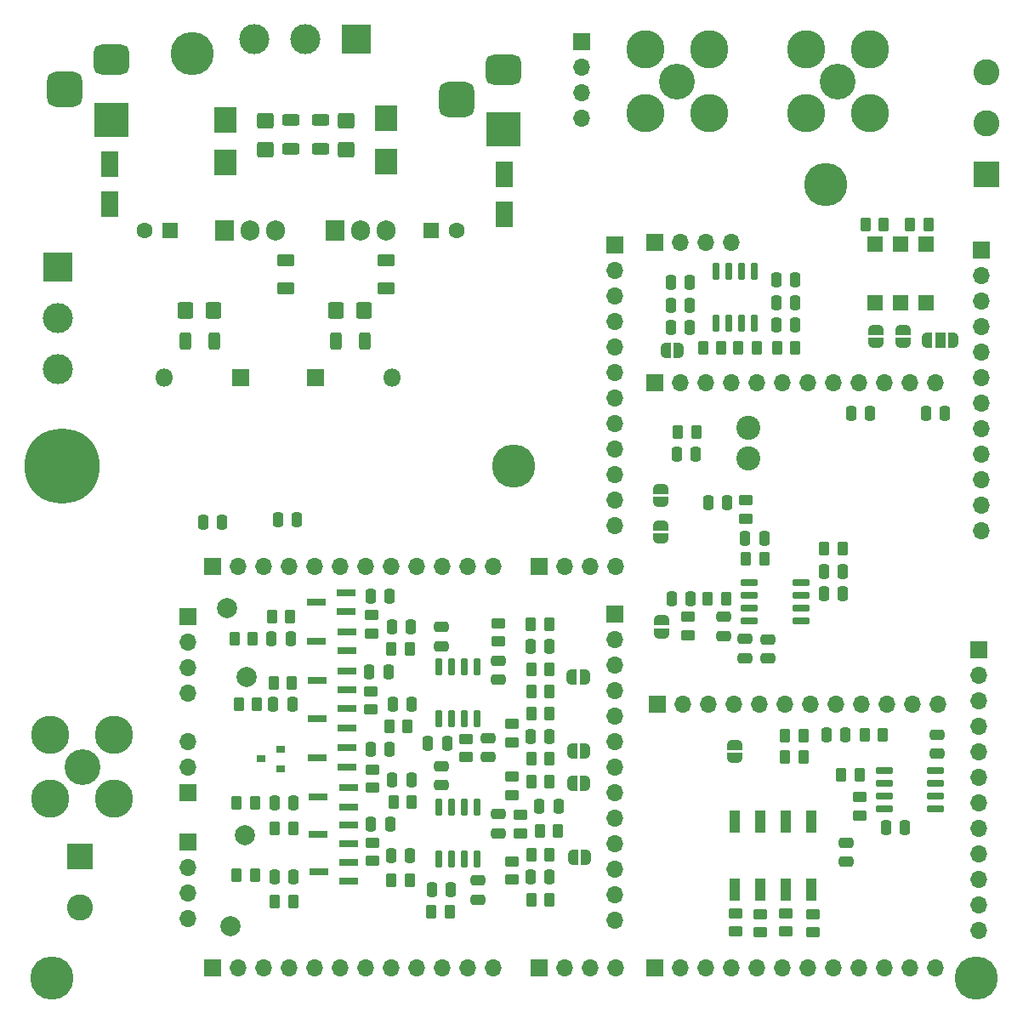
<source format=gbr>
%TF.GenerationSoftware,KiCad,Pcbnew,(6.0.10)*%
%TF.CreationDate,2023-02-20T13:08:26-05:00*%
%TF.ProjectId,ModularPreamp,4d6f6475-6c61-4725-9072-65616d702e6b,rev?*%
%TF.SameCoordinates,Original*%
%TF.FileFunction,Soldermask,Top*%
%TF.FilePolarity,Negative*%
%FSLAX46Y46*%
G04 Gerber Fmt 4.6, Leading zero omitted, Abs format (unit mm)*
G04 Created by KiCad (PCBNEW (6.0.10)) date 2023-02-20 13:08:26*
%MOMM*%
%LPD*%
G01*
G04 APERTURE LIST*
G04 Aperture macros list*
%AMRoundRect*
0 Rectangle with rounded corners*
0 $1 Rounding radius*
0 $2 $3 $4 $5 $6 $7 $8 $9 X,Y pos of 4 corners*
0 Add a 4 corners polygon primitive as box body*
4,1,4,$2,$3,$4,$5,$6,$7,$8,$9,$2,$3,0*
0 Add four circle primitives for the rounded corners*
1,1,$1+$1,$2,$3*
1,1,$1+$1,$4,$5*
1,1,$1+$1,$6,$7*
1,1,$1+$1,$8,$9*
0 Add four rect primitives between the rounded corners*
20,1,$1+$1,$2,$3,$4,$5,0*
20,1,$1+$1,$4,$5,$6,$7,0*
20,1,$1+$1,$6,$7,$8,$9,0*
20,1,$1+$1,$8,$9,$2,$3,0*%
%AMFreePoly0*
4,1,22,0.500000,-0.750000,0.000000,-0.750000,0.000000,-0.745033,-0.079941,-0.743568,-0.215256,-0.701293,-0.333266,-0.622738,-0.424486,-0.514219,-0.481581,-0.384460,-0.499164,-0.250000,-0.500000,-0.250000,-0.500000,0.250000,-0.499164,0.250000,-0.499963,0.256109,-0.478152,0.396186,-0.417904,0.524511,-0.324060,0.630769,-0.204165,0.706417,-0.067858,0.745374,0.000000,0.744959,0.000000,0.750000,
0.500000,0.750000,0.500000,-0.750000,0.500000,-0.750000,$1*%
%AMFreePoly1*
4,1,20,0.000000,0.744959,0.073905,0.744508,0.209726,0.703889,0.328688,0.626782,0.421226,0.519385,0.479903,0.390333,0.500000,0.250000,0.500000,-0.250000,0.499851,-0.262216,0.476331,-0.402017,0.414519,-0.529596,0.319384,-0.634700,0.198574,-0.708877,0.061801,-0.746166,0.000000,-0.745033,0.000000,-0.750000,-0.500000,-0.750000,-0.500000,0.750000,0.000000,0.750000,0.000000,0.744959,
0.000000,0.744959,$1*%
%AMFreePoly2*
4,1,22,0.550000,-0.750000,0.000000,-0.750000,0.000000,-0.745033,-0.079941,-0.743568,-0.215256,-0.701293,-0.333266,-0.622738,-0.424486,-0.514219,-0.481581,-0.384460,-0.499164,-0.250000,-0.500000,-0.250000,-0.500000,0.250000,-0.499164,0.250000,-0.499963,0.256109,-0.478152,0.396186,-0.417904,0.524511,-0.324060,0.630769,-0.204165,0.706417,-0.067858,0.745374,0.000000,0.744959,0.000000,0.750000,
0.550000,0.750000,0.550000,-0.750000,0.550000,-0.750000,$1*%
%AMFreePoly3*
4,1,20,0.000000,0.744959,0.073905,0.744508,0.209726,0.703889,0.328688,0.626782,0.421226,0.519385,0.479903,0.390333,0.500000,0.250000,0.500000,-0.250000,0.499851,-0.262216,0.476331,-0.402017,0.414519,-0.529596,0.319384,-0.634700,0.198574,-0.708877,0.061801,-0.746166,0.000000,-0.745033,0.000000,-0.750000,-0.550000,-0.750000,-0.550000,0.750000,0.000000,0.750000,0.000000,0.744959,
0.000000,0.744959,$1*%
G04 Aperture macros list end*
%ADD10R,1.600000X1.600000*%
%ADD11C,1.600000*%
%ADD12RoundRect,0.250000X-0.575000X0.550000X-0.575000X-0.550000X0.575000X-0.550000X0.575000X0.550000X0*%
%ADD13RoundRect,0.250000X0.575000X-0.550000X0.575000X0.550000X-0.575000X0.550000X-0.575000X-0.550000X0*%
%ADD14R,2.300000X2.500000*%
%ADD15RoundRect,0.250000X0.550000X0.575000X-0.550000X0.575000X-0.550000X-0.575000X0.550000X-0.575000X0*%
%ADD16RoundRect,0.250000X0.625000X-0.375000X0.625000X0.375000X-0.625000X0.375000X-0.625000X-0.375000X0*%
%ADD17R,3.500000X3.500000*%
%ADD18RoundRect,0.750000X-1.000000X0.750000X-1.000000X-0.750000X1.000000X-0.750000X1.000000X0.750000X0*%
%ADD19RoundRect,0.875000X-0.875000X0.875000X-0.875000X-0.875000X0.875000X-0.875000X0.875000X0.875000X0*%
%ADD20R,3.000000X3.000000*%
%ADD21C,3.000000*%
%ADD22RoundRect,0.249998X0.625002X-0.312502X0.625002X0.312502X-0.625002X0.312502X-0.625002X-0.312502X0*%
%ADD23RoundRect,0.249998X-0.625002X0.312502X-0.625002X-0.312502X0.625002X-0.312502X0.625002X0.312502X0*%
%ADD24RoundRect,0.249998X0.312502X0.625002X-0.312502X0.625002X-0.312502X-0.625002X0.312502X-0.625002X0*%
%ADD25R,1.905000X2.000000*%
%ADD26O,1.905000X2.000000*%
%ADD27RoundRect,0.250000X0.250000X0.475000X-0.250000X0.475000X-0.250000X-0.475000X0.250000X-0.475000X0*%
%ADD28RoundRect,0.250000X-0.250000X-0.475000X0.250000X-0.475000X0.250000X0.475000X-0.250000X0.475000X0*%
%ADD29RoundRect,0.249998X0.262502X0.450002X-0.262502X0.450002X-0.262502X-0.450002X0.262502X-0.450002X0*%
%ADD30RoundRect,0.249998X-0.262502X-0.450002X0.262502X-0.450002X0.262502X0.450002X-0.262502X0.450002X0*%
%ADD31RoundRect,0.249998X-0.450002X0.262502X-0.450002X-0.262502X0.450002X-0.262502X0.450002X0.262502X0*%
%ADD32RoundRect,0.250000X0.475000X-0.250000X0.475000X0.250000X-0.475000X0.250000X-0.475000X-0.250000X0*%
%ADD33R,1.700000X1.700000*%
%ADD34O,1.700000X1.700000*%
%ADD35RoundRect,0.249998X0.450002X-0.262502X0.450002X0.262502X-0.450002X0.262502X-0.450002X-0.262502X0*%
%ADD36RoundRect,0.250000X-0.475000X0.250000X-0.475000X-0.250000X0.475000X-0.250000X0.475000X0.250000X0*%
%ADD37C,3.556000*%
%ADD38C,3.810000*%
%ADD39RoundRect,0.150000X-0.725000X-0.150000X0.725000X-0.150000X0.725000X0.150000X-0.725000X0.150000X0*%
%ADD40FreePoly0,90.000000*%
%ADD41FreePoly1,90.000000*%
%ADD42FreePoly0,0.000000*%
%ADD43FreePoly1,0.000000*%
%ADD44C,2.400000*%
%ADD45FreePoly0,180.000000*%
%ADD46FreePoly1,180.000000*%
%ADD47RoundRect,0.150000X-0.150000X0.725000X-0.150000X-0.725000X0.150000X-0.725000X0.150000X0.725000X0*%
%ADD48R,2.600000X2.600000*%
%ADD49C,2.600000*%
%ADD50R,1.520000X1.520000*%
%ADD51R,1.800000X2.500000*%
%ADD52R,1.800000X1.800000*%
%ADD53O,1.800000X1.800000*%
%ADD54C,7.500000*%
%ADD55C,4.300000*%
%ADD56R,0.900000X0.800000*%
%ADD57R,1.900000X0.800000*%
%ADD58RoundRect,0.250000X0.262500X0.450000X-0.262500X0.450000X-0.262500X-0.450000X0.262500X-0.450000X0*%
%ADD59RoundRect,0.150000X0.150000X-0.725000X0.150000X0.725000X-0.150000X0.725000X-0.150000X-0.725000X0*%
%ADD60RoundRect,0.250000X-0.450000X0.262500X-0.450000X-0.262500X0.450000X-0.262500X0.450000X0.262500X0*%
%ADD61RoundRect,0.250000X-0.262500X-0.450000X0.262500X-0.450000X0.262500X0.450000X-0.262500X0.450000X0*%
%ADD62RoundRect,0.250000X0.450000X-0.262500X0.450000X0.262500X-0.450000X0.262500X-0.450000X-0.262500X0*%
%ADD63R,1.120000X2.160000*%
%ADD64FreePoly2,0.000000*%
%ADD65R,1.000000X1.500000*%
%ADD66FreePoly3,0.000000*%
%ADD67C,2.000000*%
G04 APERTURE END LIST*
D10*
%TO.C,C1*%
X100750000Y-41550000D03*
D11*
X98250000Y-41550000D03*
%TD*%
D10*
%TO.C,C2*%
X126750000Y-41550000D03*
D11*
X129250000Y-41550000D03*
%TD*%
D12*
%TO.C,D1*%
X110250000Y-30700000D03*
X110250000Y-33550000D03*
%TD*%
D13*
%TO.C,D2*%
X118250000Y-33550000D03*
X118250000Y-30700000D03*
%TD*%
D14*
%TO.C,D3*%
X106250000Y-34850000D03*
X106250000Y-30550000D03*
%TD*%
D15*
%TO.C,D5*%
X105100000Y-49550000D03*
X102250000Y-49550000D03*
%TD*%
%TO.C,D6*%
X120100000Y-49550000D03*
X117250000Y-49550000D03*
%TD*%
D16*
%TO.C,F1*%
X112250000Y-47350000D03*
X112250000Y-44550000D03*
%TD*%
%TO.C,F2*%
X122250000Y-47350000D03*
X122250000Y-44550000D03*
%TD*%
D17*
%TO.C,J1*%
X94950000Y-30550000D03*
D18*
X94950000Y-24550000D03*
D19*
X90250000Y-27550000D03*
%TD*%
D17*
%TO.C,J2*%
X133950000Y-31550000D03*
D18*
X133950000Y-25550000D03*
D19*
X129250000Y-28550000D03*
%TD*%
D20*
%TO.C,J3*%
X119330000Y-22550000D03*
D21*
X114250000Y-22550000D03*
X109170000Y-22550000D03*
%TD*%
D22*
%TO.C,R1*%
X112750000Y-33475000D03*
X112750000Y-30550000D03*
%TD*%
D23*
%TO.C,R2*%
X115750000Y-30550000D03*
X115750000Y-33475000D03*
%TD*%
D24*
%TO.C,R3*%
X105175000Y-52550000D03*
X102250000Y-52550000D03*
%TD*%
%TO.C,R4*%
X120175000Y-52550000D03*
X117250000Y-52550000D03*
%TD*%
D25*
%TO.C,U2*%
X106170000Y-41550000D03*
D26*
X108710000Y-41550000D03*
X111250000Y-41550000D03*
%TD*%
D25*
%TO.C,U3*%
X117170000Y-41550000D03*
D26*
X119710000Y-41550000D03*
X122250000Y-41550000D03*
%TD*%
D27*
%TO.C,C3*%
X112750000Y-82200000D03*
X110850000Y-82200000D03*
%TD*%
D28*
%TO.C,C4*%
X122750000Y-103850000D03*
X124650000Y-103850000D03*
%TD*%
D29*
%TO.C,R5*%
X109000000Y-82200000D03*
X107175000Y-82200000D03*
%TD*%
D30*
%TO.C,R6*%
X110907500Y-80000000D03*
X112732500Y-80000000D03*
%TD*%
D31*
%TO.C,R7*%
X120900000Y-102537500D03*
X120900000Y-104362500D03*
%TD*%
D30*
%TO.C,R8*%
X122787500Y-106250000D03*
X124612500Y-106250000D03*
%TD*%
D27*
%TO.C,C5*%
X113050000Y-98600000D03*
X111150000Y-98600000D03*
%TD*%
D28*
%TO.C,C6*%
X122850000Y-81000000D03*
X124750000Y-81000000D03*
%TD*%
D29*
%TO.C,R9*%
X109207500Y-98600000D03*
X107382500Y-98600000D03*
%TD*%
D30*
%TO.C,R10*%
X111207500Y-101100000D03*
X113032500Y-101100000D03*
%TD*%
D31*
%TO.C,R11*%
X120800000Y-79887500D03*
X120800000Y-81712500D03*
%TD*%
D30*
%TO.C,R12*%
X122775000Y-83200000D03*
X124600000Y-83200000D03*
%TD*%
D27*
%TO.C,C7*%
X112930000Y-88750000D03*
X111030000Y-88750000D03*
%TD*%
D28*
%TO.C,C8*%
X122900000Y-88750000D03*
X124800000Y-88750000D03*
%TD*%
D29*
%TO.C,R13*%
X109412500Y-88750000D03*
X107587500Y-88750000D03*
%TD*%
D30*
%TO.C,R14*%
X111067500Y-86600000D03*
X112892500Y-86600000D03*
%TD*%
D31*
%TO.C,R15*%
X120700000Y-87437500D03*
X120700000Y-89262500D03*
%TD*%
D30*
%TO.C,R16*%
X122587500Y-90950000D03*
X124412500Y-90950000D03*
%TD*%
D27*
%TO.C,C9*%
X113030000Y-105900000D03*
X111130000Y-105900000D03*
%TD*%
D28*
%TO.C,C10*%
X122887500Y-96250000D03*
X124787500Y-96250000D03*
%TD*%
D29*
%TO.C,R17*%
X109200000Y-105800000D03*
X107375000Y-105800000D03*
%TD*%
D30*
%TO.C,R18*%
X111175000Y-108400000D03*
X113000000Y-108400000D03*
%TD*%
%TO.C,R20*%
X122987500Y-98500000D03*
X124812500Y-98500000D03*
%TD*%
D27*
%TO.C,C11*%
X122600000Y-78000000D03*
X120700000Y-78000000D03*
%TD*%
D32*
%TO.C,C12*%
X131400000Y-108200000D03*
X131400000Y-106300000D03*
%TD*%
D27*
%TO.C,C13*%
X122600000Y-93250000D03*
X120700000Y-93250000D03*
%TD*%
D32*
%TO.C,C14*%
X132400000Y-94000000D03*
X132400000Y-92100000D03*
%TD*%
D27*
%TO.C,C15*%
X122650000Y-100650000D03*
X120750000Y-100650000D03*
%TD*%
%TO.C,C16*%
X113400000Y-70400000D03*
X111500000Y-70400000D03*
%TD*%
D31*
%TO.C,R19*%
X120900000Y-95250000D03*
X120900000Y-97075000D03*
%TD*%
D33*
%TO.C,J5*%
X102500000Y-97540000D03*
D34*
X102500000Y-95000000D03*
X102500000Y-92460000D03*
%TD*%
D35*
%TO.C,R21*%
X134800000Y-92512500D03*
X134800000Y-90687500D03*
%TD*%
D29*
%TO.C,R23*%
X138537500Y-94200000D03*
X136712500Y-94200000D03*
%TD*%
D35*
%TO.C,R24*%
X134800000Y-97800000D03*
X134800000Y-95975000D03*
%TD*%
D29*
%TO.C,R26*%
X138537500Y-96425000D03*
X136712500Y-96425000D03*
%TD*%
D27*
%TO.C,C18*%
X139437500Y-98875000D03*
X137537500Y-98875000D03*
%TD*%
%TO.C,C19*%
X138550000Y-83000000D03*
X136650000Y-83000000D03*
%TD*%
D29*
%TO.C,R27*%
X138512500Y-80800000D03*
X136687500Y-80800000D03*
%TD*%
D30*
%TO.C,R28*%
X136712500Y-87475000D03*
X138537500Y-87475000D03*
%TD*%
D29*
%TO.C,R29*%
X138537500Y-85250000D03*
X136712500Y-85250000D03*
%TD*%
D27*
%TO.C,C20*%
X138550000Y-105950000D03*
X136650000Y-105950000D03*
%TD*%
D31*
%TO.C,R30*%
X134800000Y-104400000D03*
X134800000Y-106225000D03*
%TD*%
D30*
%TO.C,R31*%
X136712500Y-108200000D03*
X138537500Y-108200000D03*
%TD*%
D29*
%TO.C,R32*%
X138537500Y-103700000D03*
X136712500Y-103700000D03*
%TD*%
D30*
%TO.C,R22*%
X136712500Y-89700000D03*
X138537500Y-89700000D03*
%TD*%
%TO.C,R25*%
X137575000Y-101400000D03*
X139400000Y-101400000D03*
%TD*%
D27*
%TO.C,C17*%
X138550000Y-91950000D03*
X136650000Y-91950000D03*
%TD*%
D28*
%TO.C,C21*%
X166100000Y-91800000D03*
X168000000Y-91800000D03*
%TD*%
D36*
%TO.C,C22*%
X177162500Y-91750000D03*
X177162500Y-93650000D03*
%TD*%
D27*
%TO.C,C23*%
X173950000Y-101000000D03*
X172050000Y-101000000D03*
%TD*%
D37*
%TO.C,J4*%
X92000000Y-95000000D03*
D38*
X88825000Y-98175000D03*
X95175000Y-98175000D03*
X88825000Y-91825000D03*
X95175000Y-91825000D03*
%TD*%
D29*
%TO.C,R33*%
X169412500Y-95750000D03*
X167587500Y-95750000D03*
%TD*%
D31*
%TO.C,R34*%
X169400000Y-97975000D03*
X169400000Y-99800000D03*
%TD*%
%TO.C,R35*%
X164800000Y-109635000D03*
X164800000Y-111460000D03*
%TD*%
D30*
%TO.C,R36*%
X169887500Y-91800000D03*
X171712500Y-91800000D03*
%TD*%
%TO.C,R37*%
X161975000Y-91850000D03*
X163800000Y-91850000D03*
%TD*%
%TO.C,R38*%
X161975000Y-94000000D03*
X163800000Y-94000000D03*
%TD*%
D39*
%TO.C,U4*%
X171837500Y-95345000D03*
X171837500Y-96615000D03*
X171837500Y-97885000D03*
X171837500Y-99155000D03*
X176987500Y-99155000D03*
X176987500Y-97885000D03*
X176987500Y-96615000D03*
X176987500Y-95345000D03*
%TD*%
D36*
%TO.C,C24*%
X168050000Y-102510000D03*
X168050000Y-104410000D03*
%TD*%
D27*
%TO.C,C25*%
X152600000Y-78250000D03*
X150700000Y-78250000D03*
%TD*%
D32*
%TO.C,C26*%
X155900000Y-81950000D03*
X155900000Y-80050000D03*
%TD*%
D28*
%TO.C,C27*%
X154350000Y-68650000D03*
X156250000Y-68650000D03*
%TD*%
D40*
%TO.C,JP1*%
X149600000Y-72250000D03*
D41*
X149600000Y-70950000D03*
%TD*%
D40*
%TO.C,JP2*%
X149700000Y-81700000D03*
D41*
X149700000Y-80400000D03*
%TD*%
D35*
%TO.C,R39*%
X152300000Y-81875000D03*
X152300000Y-80050000D03*
%TD*%
D29*
%TO.C,R40*%
X156125000Y-78250000D03*
X154300000Y-78250000D03*
%TD*%
D31*
%TO.C,R41*%
X158100000Y-68425000D03*
X158100000Y-70250000D03*
%TD*%
D30*
%TO.C,R42*%
X151300000Y-61650000D03*
X153125000Y-61650000D03*
%TD*%
D33*
%TO.C,J8*%
X105000000Y-115000000D03*
D34*
X107540000Y-115000000D03*
X110080000Y-115000000D03*
X112620000Y-115000000D03*
X115160000Y-115000000D03*
X117700000Y-115000000D03*
X120240000Y-115000000D03*
X122780000Y-115000000D03*
X125320000Y-115000000D03*
X127860000Y-115000000D03*
X130400000Y-115000000D03*
X132940000Y-115000000D03*
%TD*%
D33*
%TO.C,J9*%
X181250000Y-83300000D03*
D34*
X181250000Y-85840000D03*
X181250000Y-88380000D03*
X181250000Y-90920000D03*
X181250000Y-93460000D03*
X181250000Y-96000000D03*
X181250000Y-98540000D03*
X181250000Y-101080000D03*
X181250000Y-103620000D03*
X181250000Y-106160000D03*
X181250000Y-108700000D03*
X181250000Y-111240000D03*
%TD*%
D33*
%TO.C,J10*%
X137500000Y-115000000D03*
D34*
X140040000Y-115000000D03*
X142580000Y-115000000D03*
X145120000Y-115000000D03*
%TD*%
D39*
%TO.C,U5*%
X158425000Y-76595000D03*
X158425000Y-77865000D03*
X158425000Y-79135000D03*
X158425000Y-80405000D03*
X163575000Y-80405000D03*
X163575000Y-79135000D03*
X163575000Y-77865000D03*
X163575000Y-76595000D03*
%TD*%
D33*
%TO.C,J6*%
X105000000Y-75000000D03*
D34*
X107540000Y-75000000D03*
X110080000Y-75000000D03*
X112620000Y-75000000D03*
X115160000Y-75000000D03*
X117700000Y-75000000D03*
X120240000Y-75000000D03*
X122780000Y-75000000D03*
X125320000Y-75000000D03*
X127860000Y-75000000D03*
X130400000Y-75000000D03*
X132940000Y-75000000D03*
%TD*%
D33*
%TO.C,J11*%
X137500000Y-75000000D03*
D34*
X140040000Y-75000000D03*
X142580000Y-75000000D03*
X145120000Y-75000000D03*
%TD*%
D33*
%TO.C,J7*%
X145000000Y-79760000D03*
D34*
X145000000Y-82300000D03*
X145000000Y-84840000D03*
X145000000Y-87380000D03*
X145000000Y-89920000D03*
X145000000Y-92460000D03*
X145000000Y-95000000D03*
X145000000Y-97540000D03*
X145000000Y-100080000D03*
X145000000Y-102620000D03*
X145000000Y-105160000D03*
X145000000Y-107700000D03*
X145000000Y-110240000D03*
%TD*%
D33*
%TO.C,J12*%
X102500000Y-102500000D03*
D34*
X102500000Y-105040000D03*
X102500000Y-107580000D03*
X102500000Y-110120000D03*
%TD*%
D33*
%TO.C,J13*%
X102500000Y-80000000D03*
D34*
X102500000Y-82540000D03*
X102500000Y-85080000D03*
X102500000Y-87620000D03*
%TD*%
D42*
%TO.C,JP4*%
X140800000Y-96600000D03*
D43*
X142100000Y-96600000D03*
%TD*%
D42*
%TO.C,JP5*%
X140750000Y-86000000D03*
D43*
X142050000Y-86000000D03*
%TD*%
D40*
%TO.C,JP6*%
X156950000Y-94100000D03*
D41*
X156950000Y-92800000D03*
%TD*%
D42*
%TO.C,JP3*%
X140900000Y-104000000D03*
D43*
X142200000Y-104000000D03*
%TD*%
D42*
%TO.C,JP7*%
X140800000Y-93400000D03*
D43*
X142100000Y-93400000D03*
%TD*%
D27*
%TO.C,C28*%
X159900000Y-72250000D03*
X158000000Y-72250000D03*
%TD*%
D28*
%TO.C,C29*%
X151200000Y-63850000D03*
X153100000Y-63850000D03*
%TD*%
D40*
%TO.C,JP8*%
X149600000Y-68600000D03*
D41*
X149600000Y-67300000D03*
%TD*%
D44*
%TO.C,L1*%
X158300000Y-61250000D03*
X158300000Y-64250000D03*
%TD*%
D29*
%TO.C,R43*%
X159900000Y-74250000D03*
X158075000Y-74250000D03*
%TD*%
D28*
%TO.C,C30*%
X168550000Y-59750000D03*
X170450000Y-59750000D03*
%TD*%
D27*
%TO.C,C31*%
X167750000Y-77750000D03*
X165850000Y-77750000D03*
%TD*%
D32*
%TO.C,C33*%
X160250000Y-84200000D03*
X160250000Y-82300000D03*
%TD*%
%TO.C,C34*%
X158000000Y-84150000D03*
X158000000Y-82250000D03*
%TD*%
D27*
%TO.C,C35*%
X177900000Y-59750000D03*
X176000000Y-59750000D03*
%TD*%
D29*
%TO.C,R44*%
X167712500Y-73250000D03*
X165887500Y-73250000D03*
%TD*%
D27*
%TO.C,C32*%
X167750000Y-75500000D03*
X165850000Y-75500000D03*
%TD*%
%TO.C,C36*%
X163000000Y-46500000D03*
X161100000Y-46500000D03*
%TD*%
%TO.C,C37*%
X163000000Y-48750000D03*
X161100000Y-48750000D03*
%TD*%
%TO.C,C38*%
X163000000Y-51000000D03*
X161100000Y-51000000D03*
%TD*%
D28*
%TO.C,C39*%
X150600000Y-51250000D03*
X152500000Y-51250000D03*
%TD*%
%TO.C,C40*%
X150600000Y-49000000D03*
X152500000Y-49000000D03*
%TD*%
%TO.C,C41*%
X150600000Y-46750000D03*
X152500000Y-46750000D03*
%TD*%
D45*
%TO.C,JP9*%
X151400000Y-53500000D03*
D46*
X150100000Y-53500000D03*
%TD*%
D30*
%TO.C,R45*%
X161175000Y-53250000D03*
X163000000Y-53250000D03*
%TD*%
D47*
%TO.C,U6*%
X158905000Y-45675000D03*
X157635000Y-45675000D03*
X156365000Y-45675000D03*
X155095000Y-45675000D03*
X155095000Y-50825000D03*
X156365000Y-50825000D03*
X157635000Y-50825000D03*
X158905000Y-50825000D03*
%TD*%
D33*
%TO.C,J16*%
X181500000Y-43500000D03*
D34*
X181500000Y-46040000D03*
X181500000Y-48580000D03*
X181500000Y-51120000D03*
X181500000Y-53660000D03*
X181500000Y-56200000D03*
X181500000Y-58740000D03*
X181500000Y-61280000D03*
X181500000Y-63820000D03*
X181500000Y-66360000D03*
X181500000Y-68900000D03*
X181500000Y-71440000D03*
%TD*%
D33*
%TO.C,J17*%
X145000000Y-43000000D03*
D34*
X145000000Y-45540000D03*
X145000000Y-48080000D03*
X145000000Y-50620000D03*
X145000000Y-53160000D03*
X145000000Y-55700000D03*
X145000000Y-58240000D03*
X145000000Y-60780000D03*
X145000000Y-63320000D03*
X145000000Y-65860000D03*
X145000000Y-68400000D03*
X145000000Y-70940000D03*
%TD*%
D33*
%TO.C,J21*%
X149000000Y-42750000D03*
D34*
X151540000Y-42750000D03*
X154080000Y-42750000D03*
X156620000Y-42750000D03*
%TD*%
D33*
%TO.C,J18*%
X149250000Y-88750000D03*
D34*
X151790000Y-88750000D03*
X154330000Y-88750000D03*
X156870000Y-88750000D03*
X159410000Y-88750000D03*
X161950000Y-88750000D03*
X164490000Y-88750000D03*
X167030000Y-88750000D03*
X169570000Y-88750000D03*
X172110000Y-88750000D03*
X174650000Y-88750000D03*
X177190000Y-88750000D03*
%TD*%
D33*
%TO.C,J19*%
X149000000Y-56750000D03*
D34*
X151540000Y-56750000D03*
X154080000Y-56750000D03*
X156620000Y-56750000D03*
X159160000Y-56750000D03*
X161700000Y-56750000D03*
X164240000Y-56750000D03*
X166780000Y-56750000D03*
X169320000Y-56750000D03*
X171860000Y-56750000D03*
X174400000Y-56750000D03*
X176940000Y-56750000D03*
%TD*%
D33*
%TO.C,J20*%
X141750000Y-22750000D03*
D34*
X141750000Y-25290000D03*
X141750000Y-27830000D03*
X141750000Y-30370000D03*
%TD*%
D37*
%TO.C,J14*%
X151250000Y-26750000D03*
D38*
X148075000Y-23575000D03*
X148075000Y-29925000D03*
X154425000Y-23575000D03*
X154425000Y-29925000D03*
%TD*%
D37*
%TO.C,J15*%
X167250000Y-26750000D03*
D38*
X164075000Y-23575000D03*
X164075000Y-29925000D03*
X170425000Y-23575000D03*
X170425000Y-29925000D03*
%TD*%
D48*
%TO.C,J23*%
X91750000Y-103920000D03*
D49*
X91750000Y-109000000D03*
%TD*%
D50*
%TO.C,X1*%
X170920000Y-48750000D03*
X173460000Y-48750000D03*
X176000000Y-48750000D03*
X176000000Y-42908000D03*
X173460000Y-42908000D03*
X170920000Y-42908000D03*
%TD*%
D29*
%TO.C,R47*%
X171825000Y-41000000D03*
X170000000Y-41000000D03*
%TD*%
D30*
%TO.C,R46*%
X174425000Y-41000000D03*
X176250000Y-41000000D03*
%TD*%
D40*
%TO.C,JP11*%
X173750000Y-52800000D03*
D41*
X173750000Y-51500000D03*
%TD*%
D40*
%TO.C,JP10*%
X171000000Y-52800000D03*
D41*
X171000000Y-51500000D03*
%TD*%
D51*
%TO.C,D8*%
X134000000Y-40000000D03*
X134000000Y-36000000D03*
%TD*%
D52*
%TO.C,D9*%
X107750000Y-56250000D03*
D53*
X100130000Y-56250000D03*
%TD*%
D52*
%TO.C,D10*%
X115250000Y-56250000D03*
D53*
X122870000Y-56250000D03*
%TD*%
D51*
%TO.C,D7*%
X94750000Y-35000000D03*
X94750000Y-39000000D03*
%TD*%
D14*
%TO.C,D4*%
X122250000Y-30400000D03*
X122250000Y-34700000D03*
%TD*%
D54*
%TO.C,H1*%
X90000000Y-65000000D03*
%TD*%
D55*
%TO.C,H2*%
X89000000Y-116000000D03*
%TD*%
%TO.C,H3*%
X166000000Y-37000000D03*
%TD*%
%TO.C,H4*%
X103000000Y-24000000D03*
%TD*%
%TO.C,H5*%
X181000000Y-116000000D03*
%TD*%
%TO.C,H6*%
X135000000Y-65000000D03*
%TD*%
D33*
%TO.C,J22*%
X149000000Y-115000000D03*
D34*
X151540000Y-115000000D03*
X154080000Y-115000000D03*
X156620000Y-115000000D03*
X159160000Y-115000000D03*
X161700000Y-115000000D03*
X164240000Y-115000000D03*
X166780000Y-115000000D03*
X169320000Y-115000000D03*
X171860000Y-115000000D03*
X174400000Y-115000000D03*
X176940000Y-115000000D03*
%TD*%
D48*
%TO.C,J24*%
X182000000Y-36000000D03*
D49*
X182000000Y-30920000D03*
X182000000Y-25840000D03*
%TD*%
D56*
%TO.C,D11*%
X111800000Y-95150000D03*
X111800000Y-93250000D03*
X109800000Y-94200000D03*
%TD*%
D20*
%TO.C,J25*%
X89600000Y-45200000D03*
D21*
X89600000Y-50280000D03*
X89600000Y-55360000D03*
%TD*%
D57*
%TO.C,Q3*%
X118300000Y-79550000D03*
X118300000Y-77650000D03*
X115300000Y-78600000D03*
%TD*%
%TO.C,Q7*%
X118400000Y-95000000D03*
X118400000Y-93100000D03*
X115400000Y-94050000D03*
%TD*%
D58*
%TO.C,R49*%
X159162500Y-53250000D03*
X157337500Y-53250000D03*
%TD*%
D59*
%TO.C,U9*%
X127495000Y-104175000D03*
X128765000Y-104175000D03*
X130035000Y-104175000D03*
X131305000Y-104175000D03*
X131305000Y-99025000D03*
X130035000Y-99025000D03*
X128765000Y-99025000D03*
X127495000Y-99025000D03*
%TD*%
D57*
%TO.C,Q2*%
X118550000Y-106350000D03*
X118550000Y-104450000D03*
X115550000Y-105400000D03*
%TD*%
D59*
%TO.C,U1*%
X127495000Y-90175000D03*
X128765000Y-90175000D03*
X130035000Y-90175000D03*
X131305000Y-90175000D03*
X131305000Y-85025000D03*
X130035000Y-85025000D03*
X128765000Y-85025000D03*
X127495000Y-85025000D03*
%TD*%
D36*
%TO.C,C43*%
X127800000Y-94900000D03*
X127800000Y-96800000D03*
%TD*%
D60*
%TO.C,R55*%
X133400000Y-80687500D03*
X133400000Y-82512500D03*
%TD*%
%TO.C,R51*%
X159550000Y-109635000D03*
X159550000Y-111460000D03*
%TD*%
D61*
%TO.C,R48*%
X153837500Y-53250000D03*
X155662500Y-53250000D03*
%TD*%
D60*
%TO.C,R50*%
X157050000Y-109547500D03*
X157050000Y-111372500D03*
%TD*%
D62*
%TO.C,R56*%
X135600000Y-101600000D03*
X135600000Y-99775000D03*
%TD*%
D27*
%TO.C,C46*%
X128700000Y-107200000D03*
X126800000Y-107200000D03*
%TD*%
D36*
%TO.C,C44*%
X127800000Y-81050000D03*
X127800000Y-82950000D03*
%TD*%
D63*
%TO.C,SW1*%
X156990000Y-107165000D03*
X159530000Y-107165000D03*
X162070000Y-107165000D03*
X164610000Y-107165000D03*
X164610000Y-100435000D03*
X162070000Y-100435000D03*
X159530000Y-100435000D03*
X156990000Y-100435000D03*
%TD*%
D27*
%TO.C,C47*%
X128350000Y-92600000D03*
X126450000Y-92600000D03*
%TD*%
D62*
%TO.C,R54*%
X130200000Y-94025000D03*
X130200000Y-92200000D03*
%TD*%
D58*
%TO.C,R53*%
X128600000Y-109400000D03*
X126775000Y-109400000D03*
%TD*%
D64*
%TO.C,JP12*%
X176150000Y-52500000D03*
D65*
X177450000Y-52500000D03*
D66*
X178750000Y-52500000D03*
%TD*%
D57*
%TO.C,Q5*%
X118400000Y-87300000D03*
X118400000Y-85400000D03*
X115400000Y-86350000D03*
%TD*%
%TO.C,Q8*%
X118500000Y-98950000D03*
X118500000Y-97050000D03*
X115500000Y-98000000D03*
%TD*%
D28*
%TO.C,C45*%
X104050000Y-70600000D03*
X105950000Y-70600000D03*
%TD*%
D27*
%TO.C,C42*%
X122500000Y-85550000D03*
X120600000Y-85550000D03*
%TD*%
D60*
%TO.C,R52*%
X162050000Y-109547500D03*
X162050000Y-111372500D03*
%TD*%
D57*
%TO.C,Q1*%
X118500000Y-102650000D03*
X118500000Y-100750000D03*
X115500000Y-101700000D03*
%TD*%
D67*
%TO.C,TP1*%
X106400000Y-79200000D03*
%TD*%
D57*
%TO.C,Q4*%
X118350000Y-83450000D03*
X118350000Y-81550000D03*
X115350000Y-82500000D03*
%TD*%
D36*
%TO.C,C48*%
X133400000Y-84400000D03*
X133400000Y-86300000D03*
%TD*%
%TO.C,C49*%
X133400000Y-99700000D03*
X133400000Y-101600000D03*
%TD*%
D57*
%TO.C,Q6*%
X118400000Y-91100000D03*
X118400000Y-89200000D03*
X115400000Y-90150000D03*
%TD*%
D67*
%TO.C,TP3*%
X108200000Y-101800000D03*
%TD*%
%TO.C,TP4*%
X108400000Y-86000000D03*
%TD*%
%TO.C,TP2*%
X106800000Y-110800000D03*
%TD*%
M02*

</source>
